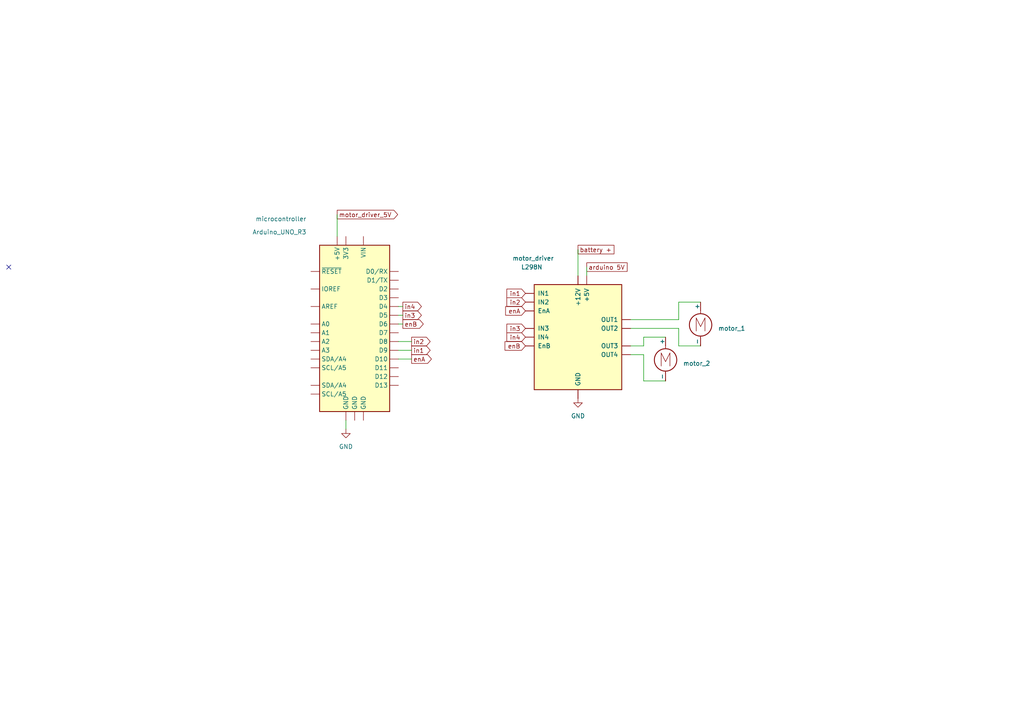
<source format=kicad_sch>
(kicad_sch (version 20211123) (generator eeschema)
  (paper "A4")
  (title_block (title "Drivetrain schematic") (rev "2"))
  (lib_symbols
    (symbol "Driver_Motor:L298N" (pin_numbers hide) (pin_names (offset 1.016))
      (property "Reference" "motor_driver" (at 4.5594 20.32 0))
      (property "Value" "L298N" (at 4.5594 17.78 0))
      (symbol "L298N_0_1"
        (rectangle (start -12.7 15.24) (end 12.7 -15.24) (stroke (width 0.254)) (fill (type background)))
      )
      (symbol "L298N_1_1"
        (pin input line (at -15.24 2.54 0) (length 2.54) (name "IN3") (number "10"))
        (pin input line (at -15.24 -2.54 0) (length 2.54) (name "EnB") (number "11"))
        (pin input line (at -15.24 0 0) (length 2.54) (name "IN4") (number "12"))
        (pin output line (at 15.24 -2.54 180) (length 2.54) (name "OUT3") (number "13"))
        (pin output line (at 15.24 -5.08 180) (length 2.54) (name "OUT4") (number "14"))
        (pin output line (at 15.24 5.08 180) (length 2.54) (name "OUT1") (number "2"))
        (pin output line (at 15.24 2.54 180) (length 2.54) (name "OUT2") (number "3"))
        (pin power_in line (at 2.54 17.78 270) (length 2.54) (name "+5V") (number "4"))
        (pin input line (at -15.24 12.7 0) (length 2.54) (name "IN1") (number "5"))
        (pin input line (at -15.24 7.62 0) (length 2.54) (name "EnA") (number "6"))
        (pin input line (at -15.24 10.16 0) (length 2.54) (name "IN2") (number "7"))
        (pin power_in line (at 0 -17.78 90) (length 2.54) (name "GND") (number "8"))
        (pin power_in line (at 0 17.78 270) (length 2.54) (name "+12V") (number "9"))
      )
    )
    (symbol "GND_1" (power) (pin_names (offset 0))
      (property "Value" "GND_1" (at 0 -3.81 0))
      (symbol "GND_1_0_1"
        (polyline (pts (xy 0 0) (xy 0 -1.27) (xy 1.27 -1.27) (xy 0 -2.54) (xy -1.27 -1.27) (xy 0 -1.27)))
      )
      (symbol "GND_1_1_1"
        (pin power_in line (at 0 0 270) (length 0) hide (name "GND") (number "1"))
      )
    )
    (symbol "MCU_Module:Arduino_UNO_R3" (pin_numbers hide)
      (property "Reference" "A" (at -10.16 23.495 0))
      (property "Value" "Arduino_UNO_R3" (at 5.08 -26.67 0))
      (symbol "Arduino_UNO_R3_0_1"
        (rectangle (start -10.16 22.86) (end 10.16 -25.4) (stroke (width 0.254)) (fill (type background)))
      )
      (symbol "Arduino_UNO_R3_1_1"
        (pin no_connect line (at -10.16 -20.32 0) (length 2.54) hide (name "NC") (number "1"))
        (pin bidirectional line (at 12.7 -2.54 180) (length 2.54) (name "A1") (number "10"))
        (pin bidirectional line (at 12.7 -5.08 180) (length 2.54) (name "A2") (number "11"))
        (pin bidirectional line (at 12.7 -7.62 180) (length 2.54) (name "A3") (number "12"))
        (pin bidirectional line (at 12.7 -10.16 180) (length 2.54) (name "SDA/A4") (number "13"))
        (pin bidirectional line (at 12.7 -12.7 180) (length 2.54) (name "SCL/A5") (number "14"))
        (pin bidirectional line (at -12.7 15.24 0) (length 2.54) (name "D0/RX") (number "15"))
        (pin bidirectional line (at -12.7 12.7 0) (length 2.54) (name "D1/TX") (number "16"))
        (pin bidirectional line (at -12.7 10.16 0) (length 2.54) (name "D2") (number "17"))
        (pin bidirectional line (at -12.7 7.62 0) (length 2.54) (name "D3") (number "18"))
        (pin bidirectional line (at -12.7 5.08 0) (length 2.54) (name "D4") (number "19"))
        (pin output line (at 12.7 10.16 180) (length 2.54) (name "IOREF") (number "2"))
        (pin bidirectional line (at -12.7 2.54 0) (length 2.54) (name "D5") (number "20"))
        (pin bidirectional line (at -12.7 0 0) (length 2.54) (name "D6") (number "21"))
        (pin bidirectional line (at -12.7 -2.54 0) (length 2.54) (name "D7") (number "22"))
        (pin bidirectional line (at -12.7 -5.08 0) (length 2.54) (name "D8") (number "23"))
        (pin bidirectional line (at -12.7 -7.62 0) (length 2.54) (name "D9") (number "24"))
        (pin bidirectional line (at -12.7 -10.16 0) (length 2.54) (name "D10") (number "25"))
        (pin bidirectional line (at -12.7 -12.7 0) (length 2.54) (name "D11") (number "26"))
        (pin bidirectional line (at -12.7 -15.24 0) (length 2.54) (name "D12") (number "27"))
        (pin bidirectional line (at -12.7 -17.78 0) (length 2.54) (name "D13") (number "28"))
        (pin power_in line (at -2.54 -27.94 90) (length 2.54) (name "GND") (number "29"))
        (pin input line (at 12.7 15.24 180) (length 2.54) (name "~{RESET}") (number "3"))
        (pin input line (at 12.7 5.08 180) (length 2.54) (name "AREF") (number "30"))
        (pin bidirectional line (at 12.7 -17.78 180) (length 2.54) (name "SDA/A4") (number "31"))
        (pin bidirectional line (at 12.7 -20.32 180) (length 2.54) (name "SCL/A5") (number "32"))
        (pin power_out line (at 2.54 25.4 270) (length 2.54) (name "3V3") (number "4"))
        (pin power_out line (at 5.08 25.4 270) (length 2.54) (name "+5V") (number "5"))
        (pin power_in line (at 0 -27.94 90) (length 2.54) (name "GND") (number "6"))
        (pin power_in line (at 2.54 -27.94 90) (length 2.54) (name "GND") (number "7"))
        (pin power_in line (at -2.54 25.4 270) (length 2.54) (name "VIN") (number "8"))
        (pin bidirectional line (at 12.7 0 180) (length 2.54) (name "A0") (number "9"))
      )
    )
    (symbol "Motor_DC_1" (pin_numbers hide) (pin_names (offset 0))
      (property "Reference" "M" (at 2.54 2.54 0))
      (property "Value" "Motor_DC_1" (at 2.54 -5.08 0))
      (symbol "Motor_DC_1_0_0"
        (polyline (pts (xy -1.27 -3.302) (xy -1.27 0.508) (xy 0 -2.032) (xy 1.27 0.508) (xy 1.27 -3.302)))
      )
      (symbol "Motor_DC_1_0_1"
        (circle (center 0 -1.524) (radius 3.2512) (stroke (width 0.254)))
        (polyline (pts (xy 0 -7.62) (xy 0 -7.112)))
        (polyline (pts (xy 0 -4.7752) (xy 0 -5.1816)))
        (polyline (pts (xy 0 1.7272) (xy 0 2.0828)))
        (polyline (pts (xy 0 2.032) (xy 0 2.54)))
      )
      (symbol "Motor_DC_1_1_1"
        (pin passive line (at 0 5.08 270) (length 2.54) (name "+") (number "1"))
        (pin passive line (at 0 -7.62 90) (length 2.54) (name "-") (number "2"))
      )
    )
  )
  (no_connect (at 2.54 77.47))
  (wire (pts (xy 170.18 77.47) (xy 170.18 80.01)))
  (wire (pts (xy 186.69 100.33) (xy 186.69 97.79)))
  (wire (pts (xy 186.69 97.79) (xy 193.04 97.79)))
  (wire (pts (xy 115.57 104.14) (xy 119.38 104.14)))
  (wire (pts (xy 167.64 72.39) (xy 167.64 80.01)))
  (wire (pts (xy 182.88 100.33) (xy 186.69 100.33)))
  (wire (pts (xy 203.2 100.33) (xy 196.85 100.33)))
  (wire (pts (xy 97.79 62.23) (xy 97.79 68.58)))
  (wire (pts (xy 182.88 92.71) (xy 196.85 92.71)))
  (wire (pts (xy 115.57 88.9) (xy 116.84 88.9)))
  (wire (pts (xy 186.69 102.87) (xy 186.69 110.49)))
  (wire (pts (xy 182.88 95.25) (xy 196.85 95.25)))
  (wire (pts (xy 193.04 110.49) (xy 186.69 110.49)))
  (wire (pts (xy 115.57 101.6) (xy 119.38 101.6)))
  (wire (pts (xy 115.57 91.44) (xy 116.84 91.44)))
  (wire (pts (xy 182.88 102.87) (xy 186.69 102.87)))
  (wire (pts (xy 196.85 92.71) (xy 196.85 87.63)))
  (wire (pts (xy 115.57 93.98) (xy 116.84 93.98)))
  (wire (pts (xy 100.33 121.92) (xy 100.33 124.46)))
  (wire (pts (xy 196.85 100.33) (xy 196.85 95.25)))
  (wire (pts (xy 196.85 87.63) (xy 203.2 87.63)))
  (wire (pts (xy 115.57 99.06) (xy 119.38 99.06)))
  (global_label "in3" (shape input) (at 152.4 95.25 180) (property "Intersheet References" "${INTERSHEET_REFS}" (effects hide)))
  (global_label "in1" (shape output) (at 119.38 101.6 0) (property "Intersheet References" "${INTERSHEET_REFS}" (effects hide)))
  (global_label "enB" (shape input) (at 152.4 100.33 180) (property "Intersheet References" "${INTERSHEET_REFS}" (effects hide)))
  (global_label "in4" (shape input) (at 152.4 97.79 180) (property "Intersheet References" "${INTERSHEET_REFS}" (effects hide)))
  (global_label "arduino 5V" (shape passive) (at 170.18 77.47 0) (property "Intersheet References" "${INTERSHEET_REFS}" (effects hide)))
  (global_label "enB" (shape output) (at 116.84 93.98 0) (property "Intersheet References" "${INTERSHEET_REFS}" (effects hide)))
  (global_label "motor_driver_5V" (shape output) (at 97.79 62.23 0) (property "Intersheet References" "${INTERSHEET_REFS}" (effects hide)))
  (global_label "battery +" (shape passive) (at 167.64 72.39 0) (property "Intersheet References" "${INTERSHEET_REFS}" (effects hide)))
  (global_label "enA" (shape output) (at 119.38 104.14 0) (property "Intersheet References" "${INTERSHEET_REFS}" (effects hide)))
  (global_label "in2" (shape output) (at 119.38 99.06 0) (property "Intersheet References" "${INTERSHEET_REFS}" (effects hide)))
  (global_label "in3" (shape output) (at 116.84 91.44 0) (property "Intersheet References" "${INTERSHEET_REFS}" (effects hide)))
  (global_label "in4" (shape output) (at 116.84 88.9 0) (property "Intersheet References" "${INTERSHEET_REFS}" (effects hide)))
  (global_label "in2" (shape input) (at 152.4 87.63 180) (property "Intersheet References" "${INTERSHEET_REFS}" (effects hide)))
  (global_label "in1" (shape input) (at 152.4 85.09 180) (property "Intersheet References" "${INTERSHEET_REFS}" (effects hide)))
  (global_label "enA" (shape input) (at 152.4 90.17 180) (property "Intersheet References" "${INTERSHEET_REFS}" (effects hide)))
  (symbol (lib_id "Driver_Motor:L298N") (at 167.64 97.79 0) (unit 1)
    (property "Reference" "motor_driver" (at 148.59 74.93 0) (effects (justify left)))
    (property "Value" "L298N" (at 151.13 77.47 0) (effects (justify left)))
    (property "Footprint" "Package_TO_SOT_THT:TO-220-15_P2.54x2.54mm_StaggerOdd_Lead4.58mm_Vertical" (effects hide))
    (property "Datasheet" "http://www.st.com/st-web-ui/static/active/en/resource/technical/document/datasheet/CD00000240.pdf" (effects hide))
  )
  (symbol (lib_name "Motor_DC_1") (lib_id "Motor:Motor_DC") (at 193.04 102.87 0) (unit 1)
    (property "Reference" "motor_2" (at 198.12 105.4099 0) (effects (justify left)))
    (property "Value" "Motor_DC" (effects hide))
  )
  (symbol (lib_id "MCU_Module:Arduino_UNO_R3") (at 102.87 93.98 0) (mirror y) (unit 1)
    (property "Reference" "microcontroller" (at 88.9 63.5 0) (effects (justify left)))
    (property "Value" "Arduino_UNO_R3" (at 88.9 67.31 0) (effects (justify left)))
    (property "Footprint" "Module:Arduino_UNO_R3" (effects hide))
    (property "Datasheet" "https://www.arduino.cc/en/Main/arduinoBoardUno" (effects hide))
  )
  (symbol (lib_name "GND_1") (lib_id "power:GND") (at 167.64 115.57 0) (unit 1)
    (property "Reference" "#PWR?" (effects hide))
    (property "Value" "GND" (at 167.64 120.65 0))
  )
  (symbol (lib_name "GND_1") (lib_id "power:GND") (at 100.33 124.46 0) (unit 1)
    (property "Reference" "#PWR?" (effects hide))
    (property "Value" "GND" (at 100.33 129.54 0))
  )
  (symbol (lib_name "Motor_DC_1") (lib_id "Motor:Motor_DC") (at 203.2 92.71 0) (unit 1)
    (property "Reference" "motor_1" (at 208.28 95.2499 0) (effects (justify left)))
    (property "Value" "Motor_DC" (effects hide))
  )
)
</source>
